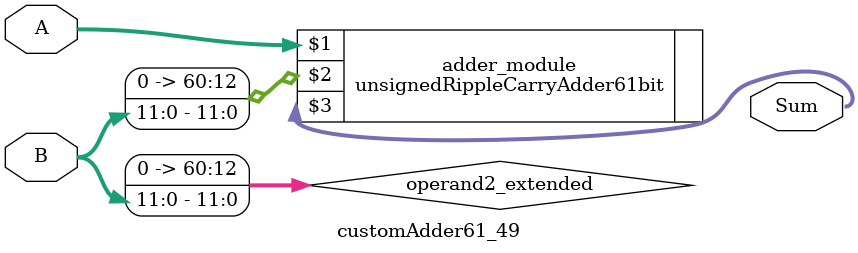
<source format=v>
module customAdder61_49(
                        input [60 : 0] A,
                        input [11 : 0] B,
                        
                        output [61 : 0] Sum
                );

        wire [60 : 0] operand2_extended;
        
        assign operand2_extended =  {49'b0, B};
        
        unsignedRippleCarryAdder61bit adder_module(
            A,
            operand2_extended,
            Sum
        );
        
        endmodule
        
</source>
